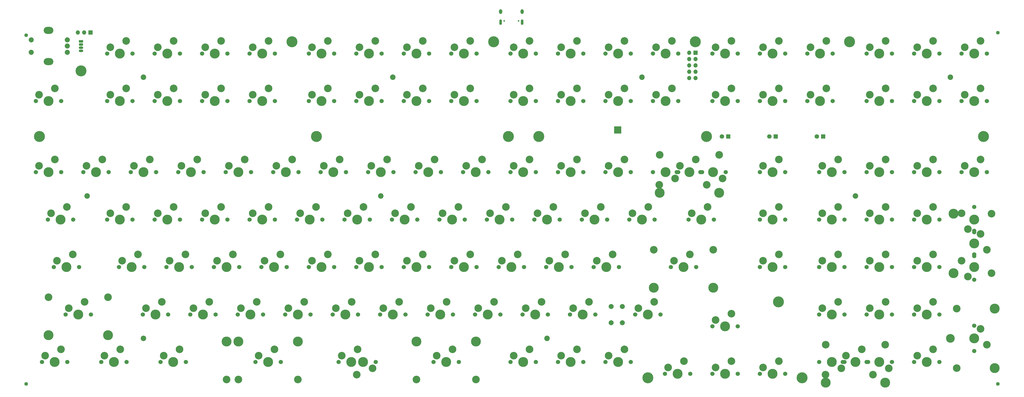
<source format=gbr>
G04 #@! TF.GenerationSoftware,KiCad,Pcbnew,7.0.1*
G04 #@! TF.CreationDate,2023-03-27T23:46:52-04:00*
G04 #@! TF.ProjectId,Boston-keyboard-V08JHA,426f7374-6f6e-42d6-9b65-79626f617264,rev?*
G04 #@! TF.SameCoordinates,Original*
G04 #@! TF.FileFunction,Soldermask,Top*
G04 #@! TF.FilePolarity,Negative*
%FSLAX46Y46*%
G04 Gerber Fmt 4.6, Leading zero omitted, Abs format (unit mm)*
G04 Created by KiCad (PCBNEW 7.0.1) date 2023-03-27 23:46:52*
%MOMM*%
%LPD*%
G01*
G04 APERTURE LIST*
%ADD10C,2.200000*%
%ADD11R,1.800000X1.070000*%
%ADD12O,1.800000X1.070000*%
%ADD13R,1.800000X1.800000*%
%ADD14C,1.800000*%
%ADD15C,4.400000*%
%ADD16C,1.448000*%
%ADD17C,2.000000*%
%ADD18R,1.700000X1.700000*%
%ADD19O,1.700000X1.700000*%
%ADD20C,3.500000*%
%ADD21C,1.701800*%
%ADD22C,3.048000*%
%ADD23C,3.987800*%
%ADD24O,2.768600X1.651000*%
%ADD25C,1.016000*%
%ADD26C,2.032000*%
%ADD27O,3.900000X2.799999*%
%ADD28C,0.650000*%
%ADD29O,1.300000X1.900000*%
%ADD30O,1.100000X2.200000*%
G04 APERTURE END LIST*
D10*
X304125200Y-48899992D03*
D11*
X79000000Y-34470000D03*
D12*
X79000000Y-35740000D03*
X79000000Y-37010000D03*
X79000000Y-38280000D03*
D10*
X389850272Y-96525032D03*
X427950304Y-48899992D03*
D13*
X338732500Y-72712500D03*
D14*
X336192500Y-72712500D03*
D15*
X330000000Y-72712500D03*
D16*
X447000000Y-31000000D03*
D13*
X357782500Y-72712500D03*
D14*
X355242500Y-72712500D03*
D17*
X291750000Y-147400000D03*
X291750000Y-140900000D03*
X296250000Y-147400000D03*
X296250000Y-140900000D03*
D18*
X82825000Y-30950000D03*
D19*
X80285000Y-30950000D03*
X77745000Y-30950000D03*
D16*
X57000000Y-172000000D03*
D10*
X266025168Y-153675080D03*
D16*
X57000000Y-32000000D03*
D10*
X199350112Y-96525032D03*
X104100032Y-153675080D03*
D15*
X173500000Y-72712500D03*
D10*
X204112500Y-48900000D03*
D20*
X427950304Y-153675080D03*
D10*
X81478138Y-96525032D03*
D18*
X325655625Y-39087500D03*
D19*
X323115625Y-39087500D03*
X325655625Y-41627500D03*
X323115625Y-41627500D03*
X325655625Y-44167500D03*
X323115625Y-44167500D03*
X325655625Y-46707500D03*
X323115625Y-46707500D03*
X325655625Y-49247500D03*
X323115625Y-49247500D03*
D13*
X376832500Y-72712500D03*
D14*
X374292500Y-72712500D03*
D16*
X447000000Y-172000000D03*
D21*
X280630000Y-87000000D03*
D22*
X278090000Y-81920000D03*
D23*
X275550000Y-87000000D03*
D22*
X271740000Y-84460000D03*
D21*
X270470000Y-87000000D03*
D15*
X387468750Y-34675000D03*
X163631250Y-34675000D03*
D23*
X401788000Y-171455000D03*
D22*
X401788000Y-156215000D03*
D21*
X394930000Y-163200000D03*
D22*
X392390000Y-158120000D03*
D23*
X389850000Y-163200000D03*
D22*
X386040000Y-160660000D03*
D21*
X384770000Y-163200000D03*
D23*
X377912000Y-171455000D03*
D22*
X377912000Y-156215000D03*
D15*
X306506250Y-169530000D03*
D21*
X256817500Y-125100000D03*
D22*
X254277500Y-120020000D03*
D23*
X251737500Y-125100000D03*
D22*
X247927500Y-122560000D03*
D21*
X246657500Y-125100000D03*
X423505000Y-163200000D03*
D22*
X420965000Y-158120000D03*
D23*
X418425000Y-163200000D03*
D22*
X414615000Y-160660000D03*
D21*
X413345000Y-163200000D03*
X261580000Y-163200000D03*
D22*
X259040000Y-158120000D03*
D23*
X256500000Y-163200000D03*
D22*
X252690000Y-160660000D03*
D21*
X251420000Y-163200000D03*
D15*
X441174000Y-72712500D03*
D21*
X99655000Y-58425000D03*
D22*
X97115000Y-53345000D03*
D23*
X94575000Y-58425000D03*
D22*
X90765000Y-55885000D03*
D21*
X89495000Y-58425000D03*
X309205000Y-106050000D03*
D22*
X306665000Y-100970000D03*
D23*
X304125000Y-106050000D03*
D22*
X300315000Y-103510000D03*
D21*
X299045000Y-106050000D03*
X218717500Y-39375000D03*
D22*
X216177500Y-34295000D03*
D23*
X213637500Y-39375000D03*
D22*
X209827500Y-36835000D03*
D21*
X208557500Y-39375000D03*
D15*
X62300000Y-72712500D03*
D21*
X437475000Y-100970000D03*
D22*
X432395000Y-103510000D03*
D23*
X437475000Y-106050000D03*
D22*
X434935000Y-109860000D03*
D21*
X437475000Y-111130000D03*
X342542500Y-58425000D03*
D22*
X340002500Y-53345000D03*
D23*
X337462500Y-58425000D03*
D22*
X333652500Y-55885000D03*
D21*
X332382500Y-58425000D03*
X361592500Y-125100000D03*
D22*
X359052500Y-120020000D03*
D23*
X356512500Y-125100000D03*
D22*
X352702500Y-122560000D03*
D21*
X351432500Y-125100000D03*
X361592500Y-106050000D03*
D22*
X359052500Y-100970000D03*
D23*
X356512500Y-106050000D03*
D22*
X352702500Y-103510000D03*
D21*
X351432500Y-106050000D03*
D15*
X262700000Y-72712500D03*
D21*
X423505000Y-125100000D03*
D22*
X420965000Y-120020000D03*
D23*
X418425000Y-125100000D03*
D22*
X414615000Y-122560000D03*
D21*
X413345000Y-125100000D03*
X97273750Y-163200000D03*
D22*
X94733750Y-158120000D03*
D23*
X92193750Y-163200000D03*
D22*
X88383750Y-160660000D03*
D21*
X87113750Y-163200000D03*
D23*
X89844250Y-152405000D03*
D22*
X89844250Y-137165000D03*
D21*
X82986250Y-144150000D03*
D22*
X80446250Y-139070000D03*
D23*
X77906250Y-144150000D03*
D22*
X74096250Y-141610000D03*
D21*
X72826250Y-144150000D03*
D23*
X65968250Y-152405000D03*
D22*
X65968250Y-137165000D03*
D21*
X394295000Y-163200000D03*
D22*
X396835000Y-168280000D03*
D23*
X399375000Y-163200000D03*
D22*
X403185000Y-165740000D03*
D21*
X404455000Y-163200000D03*
X142517500Y-125100000D03*
D22*
X139977500Y-120020000D03*
D23*
X137437500Y-125100000D03*
D22*
X133627500Y-122560000D03*
D21*
X132357500Y-125100000D03*
X299680000Y-39375000D03*
D22*
X297140000Y-34295000D03*
D23*
X294600000Y-39375000D03*
D22*
X290790000Y-36835000D03*
D21*
X289520000Y-39375000D03*
X333017500Y-106050000D03*
D22*
X330477500Y-100970000D03*
D23*
X327937500Y-106050000D03*
D22*
X324127500Y-103510000D03*
D21*
X322857500Y-106050000D03*
X132992500Y-144150000D03*
D22*
X130452500Y-139070000D03*
D23*
X127912500Y-144150000D03*
D22*
X124102500Y-141610000D03*
D21*
X122832500Y-144150000D03*
X266342500Y-144150000D03*
D22*
X263802500Y-139070000D03*
D23*
X261262500Y-144150000D03*
D22*
X257452500Y-141610000D03*
D21*
X256182500Y-144150000D03*
X218717500Y-125100000D03*
D22*
X216177500Y-120020000D03*
D23*
X213637500Y-125100000D03*
D22*
X209827500Y-122560000D03*
D21*
X208557500Y-125100000D03*
X185380000Y-87000000D03*
D22*
X182840000Y-81920000D03*
D23*
X180300000Y-87000000D03*
D22*
X176490000Y-84460000D03*
D21*
X175220000Y-87000000D03*
D23*
X332731964Y-133355000D03*
D22*
X332731964Y-118115000D03*
D21*
X325873964Y-125100000D03*
D22*
X323333964Y-120020000D03*
D23*
X320793964Y-125100000D03*
D22*
X316983964Y-122560000D03*
D21*
X315713964Y-125100000D03*
D23*
X308855964Y-133355000D03*
D22*
X308855964Y-118115000D03*
D21*
X299680000Y-87000000D03*
D22*
X297140000Y-81920000D03*
D23*
X294600000Y-87000000D03*
D22*
X290790000Y-84460000D03*
D21*
X289520000Y-87000000D03*
X156805000Y-58425000D03*
D22*
X154265000Y-53345000D03*
D23*
X151725000Y-58425000D03*
D22*
X147915000Y-55885000D03*
D21*
X146645000Y-58425000D03*
X199667500Y-125100000D03*
D22*
X197127500Y-120020000D03*
D23*
X194587500Y-125100000D03*
D22*
X190777500Y-122560000D03*
D21*
X189507500Y-125100000D03*
D15*
X244593750Y-34675000D03*
D21*
X261580160Y-39375000D03*
D22*
X259040160Y-34295000D03*
D23*
X256500160Y-39375000D03*
D22*
X252690160Y-36835000D03*
D21*
X251420160Y-39375000D03*
X223480000Y-87000000D03*
D22*
X220940000Y-81920000D03*
D23*
X218400000Y-87000000D03*
D22*
X214590000Y-84460000D03*
D21*
X213320000Y-87000000D03*
X442555000Y-87000000D03*
D22*
X440015000Y-81920000D03*
D23*
X437475000Y-87000000D03*
D22*
X433665000Y-84460000D03*
D21*
X432395000Y-87000000D03*
X118705000Y-106050000D03*
D22*
X116165000Y-100970000D03*
D23*
X113625000Y-106050000D03*
D22*
X109815000Y-103510000D03*
D21*
X108545000Y-106050000D03*
X194905000Y-106050000D03*
D22*
X192365000Y-100970000D03*
D23*
X189825000Y-106050000D03*
D22*
X186015000Y-103510000D03*
D21*
X184745000Y-106050000D03*
X113942500Y-144150000D03*
D22*
X111402500Y-139070000D03*
D23*
X108862500Y-144150000D03*
D22*
X105052500Y-141610000D03*
D21*
X103782500Y-144150000D03*
X404455000Y-144150000D03*
D22*
X401915000Y-139070000D03*
D23*
X399375000Y-144150000D03*
D22*
X395565000Y-141610000D03*
D21*
X394295000Y-144150000D03*
X190142500Y-144150000D03*
D22*
X187602500Y-139070000D03*
D23*
X185062500Y-144150000D03*
D22*
X181252500Y-141610000D03*
D21*
X179982500Y-144150000D03*
X90130000Y-87000000D03*
D22*
X87590000Y-81920000D03*
D23*
X85050000Y-87000000D03*
D22*
X81240000Y-84460000D03*
D21*
X79970000Y-87000000D03*
D23*
X335113000Y-95255000D03*
D22*
X335113000Y-80015000D03*
D21*
X328255000Y-87000000D03*
D22*
X325715000Y-81920000D03*
D23*
X323175000Y-87000000D03*
D22*
X319365000Y-84460000D03*
D21*
X318095000Y-87000000D03*
D23*
X311237000Y-95255000D03*
D22*
X311237000Y-80015000D03*
D21*
X128230000Y-87000000D03*
D22*
X125690000Y-81920000D03*
D23*
X123150000Y-87000000D03*
D22*
X119340000Y-84460000D03*
D21*
X118070000Y-87000000D03*
X423505000Y-87000000D03*
D22*
X420965000Y-81920000D03*
D23*
X418425000Y-87000000D03*
D22*
X414615000Y-84460000D03*
D21*
X413345000Y-87000000D03*
X442555000Y-58425000D03*
D22*
X440015000Y-53345000D03*
D23*
X437475000Y-58425000D03*
D22*
X433665000Y-55885000D03*
D21*
X432395000Y-58425000D03*
X199667606Y-39375000D03*
D22*
X197127606Y-34295000D03*
D23*
X194587606Y-39375000D03*
D22*
X190777606Y-36835000D03*
D21*
X189507606Y-39375000D03*
X404455000Y-39375000D03*
D22*
X401915000Y-34295000D03*
D23*
X399375000Y-39375000D03*
D22*
X395565000Y-36835000D03*
D21*
X394295000Y-39375000D03*
X156805000Y-39375000D03*
D22*
X154265000Y-34295000D03*
D23*
X151725000Y-39375000D03*
D22*
X147915000Y-36835000D03*
D21*
X146645000Y-39375000D03*
X275867500Y-125100000D03*
D22*
X273327500Y-120020000D03*
D23*
X270787500Y-125100000D03*
D22*
X266977500Y-122560000D03*
D21*
X265707500Y-125100000D03*
D15*
X79000000Y-46375000D03*
D21*
X237767500Y-58425000D03*
D22*
X235227500Y-53345000D03*
D23*
X232687500Y-58425000D03*
D22*
X228877500Y-55885000D03*
D21*
X227607500Y-58425000D03*
X404455000Y-125100000D03*
D22*
X401915000Y-120020000D03*
D23*
X399375000Y-125100000D03*
D22*
X395565000Y-122560000D03*
D21*
X394295000Y-125100000D03*
X280630000Y-39375000D03*
D22*
X278090000Y-34295000D03*
D23*
X275550000Y-39375000D03*
D22*
X271740000Y-36835000D03*
D21*
X270470000Y-39375000D03*
X342542500Y-148912500D03*
D22*
X340002500Y-143832500D03*
D23*
X337462500Y-148912500D03*
D22*
X333652500Y-146372500D03*
D21*
X332382500Y-148912500D03*
X209192500Y-144150000D03*
D22*
X206652500Y-139070000D03*
D23*
X204112500Y-144150000D03*
D22*
X200302500Y-141610000D03*
D21*
X199032500Y-144150000D03*
D22*
X237481750Y-170185000D03*
D23*
X237481750Y-154945000D03*
D21*
X230623750Y-163200000D03*
D22*
X228083750Y-158120000D03*
D23*
X225543750Y-163200000D03*
D22*
X221733750Y-160660000D03*
D21*
X220463750Y-163200000D03*
D22*
X213605750Y-170185000D03*
D23*
X213605750Y-154945000D03*
D21*
X180617500Y-58425000D03*
D22*
X178077500Y-53345000D03*
D23*
X175537500Y-58425000D03*
D22*
X171727500Y-55885000D03*
D21*
X170457500Y-58425000D03*
X437475000Y-120020000D03*
D22*
X432395000Y-122560000D03*
D23*
X437475000Y-125100000D03*
D22*
X434935000Y-128910000D03*
D21*
X437475000Y-130180000D03*
X327620000Y-87000000D03*
D22*
X330160000Y-92080000D03*
D23*
X332700000Y-87000000D03*
D22*
X336510000Y-89540000D03*
D21*
X337780000Y-87000000D03*
X187126250Y-163200000D03*
D22*
X189666250Y-168280000D03*
D23*
X192206250Y-163200000D03*
D22*
X196016250Y-165740000D03*
D21*
X197286250Y-163200000D03*
X180617590Y-39375000D03*
D22*
X178077590Y-34295000D03*
D23*
X175537590Y-39375000D03*
D22*
X171727590Y-36835000D03*
D21*
X170457590Y-39375000D03*
X290155000Y-106050000D03*
D22*
X287615000Y-100970000D03*
D23*
X285075000Y-106050000D03*
D22*
X281265000Y-103510000D03*
D21*
X279995000Y-106050000D03*
X308570000Y-87000000D03*
D22*
X311110000Y-92080000D03*
D23*
X313650000Y-87000000D03*
D22*
X317460000Y-89540000D03*
D21*
X318730000Y-87000000D03*
X404455000Y-106050000D03*
D22*
X401915000Y-100970000D03*
D23*
X399375000Y-106050000D03*
D22*
X395565000Y-103510000D03*
D21*
X394295000Y-106050000D03*
X118705000Y-39375000D03*
D22*
X116165000Y-34295000D03*
D23*
X113625000Y-39375000D03*
D22*
X109815000Y-36835000D03*
D21*
X108545000Y-39375000D03*
X237767500Y-125100000D03*
D22*
X235227500Y-120020000D03*
D23*
X232687500Y-125100000D03*
D22*
X228877500Y-122560000D03*
D21*
X227607500Y-125100000D03*
X137755000Y-106050000D03*
D22*
X135215000Y-100970000D03*
D23*
X132675000Y-106050000D03*
D22*
X128865000Y-103510000D03*
D21*
X127595000Y-106050000D03*
X199667500Y-58425000D03*
D22*
X197127500Y-53345000D03*
D23*
X194587500Y-58425000D03*
D22*
X190777500Y-55885000D03*
D21*
X189507500Y-58425000D03*
D15*
X358894000Y-139100000D03*
D22*
X166044250Y-170185000D03*
D23*
X166044250Y-154945000D03*
D21*
X159186250Y-163200000D03*
D22*
X156646250Y-158120000D03*
D23*
X154106250Y-163200000D03*
D22*
X150296250Y-160660000D03*
D21*
X149026250Y-163200000D03*
D22*
X142168250Y-170185000D03*
D23*
X142168250Y-154945000D03*
D21*
X171092500Y-144150000D03*
D22*
X168552500Y-139070000D03*
D23*
X166012500Y-144150000D03*
D22*
X162202500Y-141610000D03*
D21*
X160932500Y-144150000D03*
X342542500Y-167962500D03*
D22*
X340002500Y-162882500D03*
D23*
X337462500Y-167962500D03*
D22*
X333652500Y-165422500D03*
D21*
X332382500Y-167962500D03*
X75842500Y-106050000D03*
D22*
X73302500Y-100970000D03*
D23*
X70762500Y-106050000D03*
D22*
X66952500Y-103510000D03*
D21*
X65682500Y-106050000D03*
X375245000Y-163200000D03*
D22*
X377785000Y-168280000D03*
D23*
X380325000Y-163200000D03*
D22*
X384135000Y-165740000D03*
D21*
X385405000Y-163200000D03*
X99655000Y-106050000D03*
D22*
X97115000Y-100970000D03*
D23*
X94575000Y-106050000D03*
D22*
X90765000Y-103510000D03*
D21*
X89495000Y-106050000D03*
X71080000Y-58425000D03*
D22*
X68540000Y-53345000D03*
D23*
X66000000Y-58425000D03*
D22*
X62190000Y-55885000D03*
D21*
X60920000Y-58425000D03*
X318730000Y-39375000D03*
D22*
X316190000Y-34295000D03*
D23*
X313650000Y-39375000D03*
D22*
X309840000Y-36835000D03*
D21*
X308570000Y-39375000D03*
X361592500Y-167962500D03*
D22*
X359052500Y-162882500D03*
D23*
X356512500Y-167962500D03*
D22*
X352702500Y-165422500D03*
D21*
X351432500Y-167962500D03*
X261580000Y-87000000D03*
D22*
X259040000Y-81920000D03*
D23*
X256500000Y-87000000D03*
D22*
X252690000Y-84460000D03*
D21*
X251420000Y-87000000D03*
X99655000Y-39375000D03*
D22*
X97115000Y-34295000D03*
D23*
X94575000Y-39375000D03*
D22*
X90765000Y-36835000D03*
D21*
X89495000Y-39375000D03*
X147280000Y-87000000D03*
D22*
X144740000Y-81920000D03*
D23*
X142200000Y-87000000D03*
D22*
X138390000Y-84460000D03*
D21*
X137120000Y-87000000D03*
D23*
X429220000Y-127513000D03*
D22*
X444460000Y-127513000D03*
D21*
X437475000Y-120655000D03*
D22*
X442555000Y-118115000D03*
D23*
X437475000Y-115575000D03*
D22*
X440015000Y-111765000D03*
D21*
X437475000Y-110495000D03*
D23*
X429220000Y-103637000D03*
D22*
X444460000Y-103637000D03*
D21*
X361592500Y-58425000D03*
D22*
X359052500Y-53345000D03*
D23*
X356512500Y-58425000D03*
D22*
X352702500Y-55885000D03*
D21*
X351432500Y-58425000D03*
X228242500Y-144150000D03*
D22*
X225702500Y-139070000D03*
D23*
X223162500Y-144150000D03*
D22*
X219352500Y-141610000D03*
D21*
X218082500Y-144150000D03*
X361592500Y-39375000D03*
D22*
X359052500Y-34295000D03*
D23*
X356512500Y-39375000D03*
D22*
X352702500Y-36835000D03*
D21*
X351432500Y-39375000D03*
X280630000Y-163200000D03*
D22*
X278090000Y-158120000D03*
D23*
X275550000Y-163200000D03*
D22*
X271740000Y-160660000D03*
D21*
X270470000Y-163200000D03*
X121086250Y-163200000D03*
D22*
X118546250Y-158120000D03*
D23*
X116006250Y-163200000D03*
D22*
X112196250Y-160660000D03*
D21*
X110926250Y-163200000D03*
X380642500Y-39375000D03*
D22*
X378102500Y-34295000D03*
D23*
X375562500Y-39375000D03*
D22*
X371752500Y-36835000D03*
D21*
X370482500Y-39375000D03*
X442555000Y-39375000D03*
D22*
X440015000Y-34295000D03*
D23*
X437475000Y-39375000D03*
D22*
X433665000Y-36835000D03*
D21*
X432395000Y-39375000D03*
X404455000Y-87000000D03*
D22*
X401915000Y-81920000D03*
D23*
X399375000Y-87000000D03*
D22*
X395565000Y-84460000D03*
D21*
X394295000Y-87000000D03*
X137755000Y-39375000D03*
D22*
X135215000Y-34295000D03*
D23*
X132675000Y-39375000D03*
D22*
X128865000Y-36835000D03*
D21*
X127595000Y-39375000D03*
X242530000Y-87000000D03*
D22*
X239990000Y-81920000D03*
D23*
X237450000Y-87000000D03*
D22*
X233640000Y-84460000D03*
D21*
X232370000Y-87000000D03*
X342542500Y-39375000D03*
D22*
X340002500Y-34295000D03*
D23*
X337462500Y-39375000D03*
D22*
X333652500Y-36835000D03*
D21*
X332382500Y-39375000D03*
X152042500Y-144150000D03*
D22*
X149502500Y-139070000D03*
D23*
X146962500Y-144150000D03*
D22*
X143152500Y-141610000D03*
D21*
X141882500Y-144150000D03*
X423505000Y-144150000D03*
D22*
X420965000Y-139070000D03*
D23*
X418425000Y-144150000D03*
D22*
X414615000Y-141610000D03*
D21*
X413345000Y-144150000D03*
D15*
X368418750Y-169531000D03*
D21*
X109180000Y-87000000D03*
D22*
X106640000Y-81920000D03*
D23*
X104100000Y-87000000D03*
D22*
X100290000Y-84460000D03*
D21*
X99020000Y-87000000D03*
D15*
X250500000Y-72712500D03*
D21*
X71080000Y-87000000D03*
D22*
X68540000Y-81920000D03*
D23*
X66000000Y-87000000D03*
D22*
X62190000Y-84460000D03*
D21*
X60920000Y-87000000D03*
D15*
X325556250Y-34675000D03*
D21*
X78223750Y-125100000D03*
D22*
X75683750Y-120020000D03*
D23*
X73143750Y-125100000D03*
D22*
X69333750Y-122560000D03*
D21*
X68063750Y-125100000D03*
X161567500Y-125100000D03*
D22*
X159027500Y-120020000D03*
D23*
X156487500Y-125100000D03*
D22*
X152677500Y-122560000D03*
D21*
X151407500Y-125100000D03*
X280630000Y-58425000D03*
D22*
X278090000Y-53345000D03*
D23*
X275550000Y-58425000D03*
D22*
X271740000Y-55885000D03*
D21*
X270470000Y-58425000D03*
X180617500Y-125100000D03*
D22*
X178077500Y-120020000D03*
D23*
X175537500Y-125100000D03*
D22*
X171727500Y-122560000D03*
D21*
X170457500Y-125100000D03*
X423505000Y-106050000D03*
D22*
X420965000Y-100970000D03*
D23*
X418425000Y-106050000D03*
D22*
X414615000Y-103510000D03*
D21*
X413345000Y-106050000D03*
X247292500Y-144150000D03*
D22*
X244752500Y-139070000D03*
D23*
X242212500Y-144150000D03*
D22*
X238402500Y-141610000D03*
D21*
X237132500Y-144150000D03*
X118705000Y-58425000D03*
D22*
X116165000Y-53345000D03*
D23*
X113625000Y-58425000D03*
D22*
X109815000Y-55885000D03*
D21*
X108545000Y-58425000D03*
X156805000Y-106050000D03*
D22*
X154265000Y-100970000D03*
D23*
X151725000Y-106050000D03*
D22*
X147915000Y-103510000D03*
D21*
X146645000Y-106050000D03*
X385405000Y-106050000D03*
D22*
X382865000Y-100970000D03*
D23*
X380325000Y-106050000D03*
D22*
X376515000Y-103510000D03*
D21*
X375245000Y-106050000D03*
X261580000Y-58425000D03*
D22*
X259040000Y-53345000D03*
D23*
X256500000Y-58425000D03*
D22*
X252690000Y-55885000D03*
D21*
X251420000Y-58425000D03*
D24*
X66000000Y-30125000D03*
D25*
X73500000Y-33875000D03*
X59000000Y-33875000D03*
X73500000Y-36375000D03*
X73500000Y-38875000D03*
X59000000Y-38875000D03*
D24*
X66000000Y-42625000D03*
D26*
X73500000Y-33875000D03*
X73500000Y-38875000D03*
X73500000Y-36375000D03*
D27*
X66000000Y-30125000D03*
X66000000Y-42625000D03*
D26*
X59000000Y-33875000D03*
X59000000Y-38875000D03*
D21*
X318730000Y-58425000D03*
D22*
X316190000Y-53345000D03*
D23*
X313650000Y-58425000D03*
D22*
X309840000Y-55885000D03*
D21*
X308570000Y-58425000D03*
X237767500Y-39375000D03*
D22*
X235227500Y-34295000D03*
D23*
X232687500Y-39375000D03*
D22*
X228877500Y-36835000D03*
D21*
X227607500Y-39375000D03*
X385405000Y-125100000D03*
D22*
X382865000Y-120020000D03*
D23*
X380325000Y-125100000D03*
D22*
X376515000Y-122560000D03*
D21*
X375245000Y-125100000D03*
X299680000Y-58425000D03*
D22*
X297140000Y-53345000D03*
D23*
X294600000Y-58425000D03*
D22*
X290790000Y-55885000D03*
D21*
X289520000Y-58425000D03*
X271105000Y-106050000D03*
D22*
X268565000Y-100970000D03*
D23*
X266025000Y-106050000D03*
D22*
X262215000Y-103510000D03*
D21*
X260945000Y-106050000D03*
D10*
X104100000Y-48900000D03*
D21*
X294917500Y-125100000D03*
D22*
X292377500Y-120020000D03*
D23*
X289837500Y-125100000D03*
D22*
X286027500Y-122560000D03*
D21*
X284757500Y-125100000D03*
X166330000Y-87000000D03*
D22*
X163790000Y-81920000D03*
D23*
X161250000Y-87000000D03*
D22*
X157440000Y-84460000D03*
D21*
X156170000Y-87000000D03*
X104417500Y-125100000D03*
D22*
X101877500Y-120020000D03*
D23*
X99337500Y-125100000D03*
D22*
X95527500Y-122560000D03*
D21*
X94257500Y-125100000D03*
X380642500Y-58425000D03*
D22*
X378102500Y-53345000D03*
D23*
X375562500Y-58425000D03*
D22*
X371752500Y-55885000D03*
D21*
X370482500Y-58425000D03*
X123467500Y-125100000D03*
D22*
X120927500Y-120020000D03*
D23*
X118387500Y-125100000D03*
D22*
X114577500Y-122560000D03*
D21*
X113307500Y-125100000D03*
D28*
X248847000Y-26249000D03*
X254627000Y-26249000D03*
D29*
X247437000Y-22600000D03*
D30*
X247437000Y-26800000D03*
D29*
X256037000Y-22600000D03*
D30*
X256037000Y-26800000D03*
D21*
X252055000Y-106050000D03*
D22*
X249515000Y-100970000D03*
D23*
X246975000Y-106050000D03*
D22*
X243165000Y-103510000D03*
D21*
X241895000Y-106050000D03*
X385405000Y-144150000D03*
D22*
X382865000Y-139070000D03*
D23*
X380325000Y-144150000D03*
D22*
X376515000Y-141610000D03*
D21*
X375245000Y-144150000D03*
X423505000Y-39375000D03*
D22*
X420965000Y-34295000D03*
D23*
X418425000Y-39375000D03*
D22*
X414615000Y-36835000D03*
D21*
X413345000Y-39375000D03*
X218717500Y-58425000D03*
D22*
X216177500Y-53345000D03*
D23*
X213637500Y-58425000D03*
D22*
X209827500Y-55885000D03*
D21*
X208557500Y-58425000D03*
X311586250Y-144150000D03*
D22*
X309046250Y-139070000D03*
D23*
X306506250Y-144150000D03*
D22*
X302696250Y-141610000D03*
D21*
X301426250Y-144150000D03*
X137755000Y-58425000D03*
D22*
X135215000Y-53345000D03*
D23*
X132675000Y-58425000D03*
D22*
X128865000Y-55885000D03*
D21*
X127595000Y-58425000D03*
X285392500Y-144150000D03*
D22*
X282852500Y-139070000D03*
D23*
X280312500Y-144150000D03*
D22*
X276502500Y-141610000D03*
D21*
X275232500Y-144150000D03*
X404455000Y-58425000D03*
D22*
X401915000Y-53345000D03*
D23*
X399375000Y-58425000D03*
D22*
X395565000Y-55885000D03*
D21*
X394295000Y-58425000D03*
X213955000Y-106050000D03*
D22*
X211415000Y-100970000D03*
D23*
X208875000Y-106050000D03*
D22*
X205065000Y-103510000D03*
D21*
X203795000Y-106050000D03*
X385405000Y-87000000D03*
D22*
X382865000Y-81920000D03*
D23*
X380325000Y-87000000D03*
D22*
X376515000Y-84460000D03*
D21*
X375245000Y-87000000D03*
D22*
X237481750Y-170185000D03*
D23*
X237481750Y-154945000D03*
D21*
X192523750Y-163200000D03*
D22*
X189983750Y-158120000D03*
D23*
X187443750Y-163200000D03*
D22*
X183633750Y-160660000D03*
D21*
X182363750Y-163200000D03*
D22*
X137405750Y-170185000D03*
D23*
X137405750Y-154945000D03*
D21*
X323492500Y-167962500D03*
D22*
X320952500Y-162882500D03*
D23*
X318412500Y-167962500D03*
D22*
X314602500Y-165422500D03*
D21*
X313332500Y-167962500D03*
D22*
X430490000Y-165613000D03*
D23*
X445730000Y-165613000D03*
D21*
X437475000Y-158755000D03*
D22*
X442555000Y-156215000D03*
D23*
X437475000Y-153675000D03*
D22*
X440015000Y-149865000D03*
D21*
X437475000Y-148595000D03*
D22*
X430490000Y-141737000D03*
D23*
X445730000Y-141737000D03*
D21*
X73461250Y-163200000D03*
D22*
X70921250Y-158120000D03*
D23*
X68381250Y-163200000D03*
D22*
X64571250Y-160660000D03*
D21*
X63301250Y-163200000D03*
X361592500Y-87000000D03*
D22*
X359052500Y-81920000D03*
D23*
X356512500Y-87000000D03*
D22*
X352702500Y-84460000D03*
D21*
X351432500Y-87000000D03*
X204430000Y-87000000D03*
D22*
X201890000Y-81920000D03*
D23*
X199350000Y-87000000D03*
D22*
X195540000Y-84460000D03*
D21*
X194270000Y-87000000D03*
X423505000Y-58425000D03*
D22*
X420965000Y-53345000D03*
D23*
X418425000Y-58425000D03*
D22*
X414615000Y-55885000D03*
D21*
X413345000Y-58425000D03*
X299680000Y-163200000D03*
D22*
X297140000Y-158120000D03*
D23*
X294600000Y-163200000D03*
D22*
X290790000Y-160660000D03*
D21*
X289520000Y-163200000D03*
X175855000Y-106050000D03*
D22*
X173315000Y-100970000D03*
D23*
X170775000Y-106050000D03*
D22*
X166965000Y-103510000D03*
D21*
X165695000Y-106050000D03*
X233005000Y-106050000D03*
D22*
X230465000Y-100970000D03*
D23*
X227925000Y-106050000D03*
D22*
X224115000Y-103510000D03*
D21*
X222845000Y-106050000D03*
G36*
X295736125Y-68636478D02*
G01*
X295776022Y-68676375D01*
X295790625Y-68730875D01*
X295790625Y-71412875D01*
X295776022Y-71467375D01*
X295736125Y-71507272D01*
X295681625Y-71521875D01*
X293099625Y-71521875D01*
X293045125Y-71507272D01*
X293005228Y-71467375D01*
X292990625Y-71412875D01*
X292990625Y-68730875D01*
X293005228Y-68676375D01*
X293045125Y-68636478D01*
X293099625Y-68621875D01*
X295681625Y-68621875D01*
X295736125Y-68636478D01*
G37*
M02*

</source>
